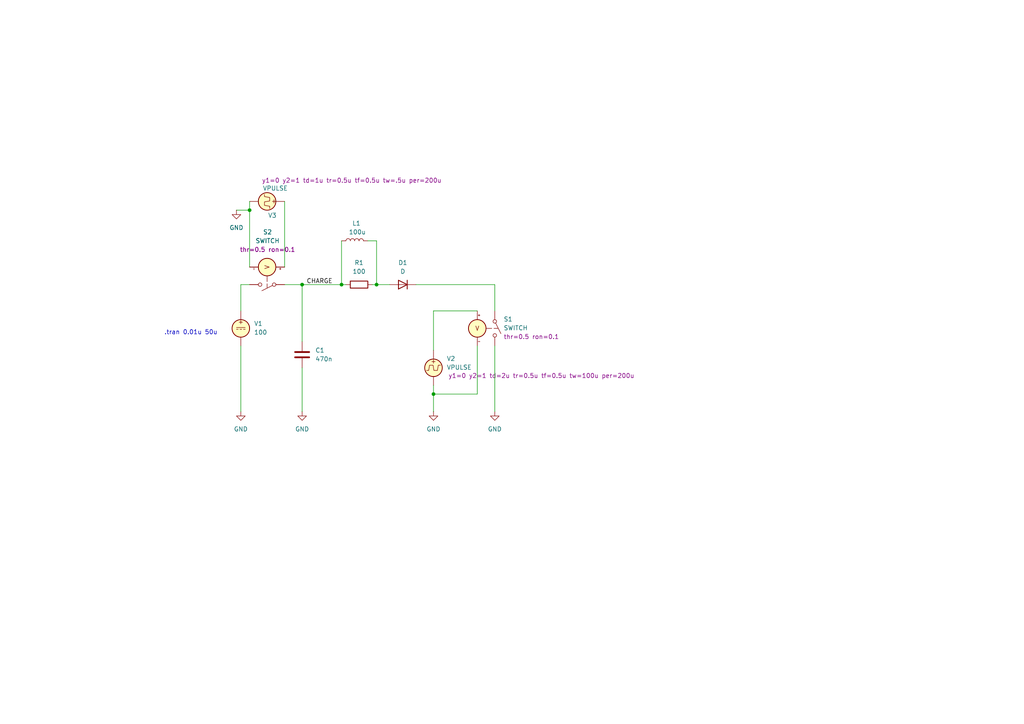
<source format=kicad_sch>
(kicad_sch (version 20250114) (generator "eeschema") (generator_version "9.0")
  (paper "A4")
  (lib_symbols
    (symbol "Device:C" (pin_numbers (hide yes)) (pin_names (offset 0.254))
      (property "Reference" "C" (at 0.635 2.54 0))
      (property "Value" "C" (at 0.635 -2.54 0))
      (symbol "C_0_1"
        (polyline (pts (xy -2.032 0.762) (xy 2.032 0.762)) (stroke (width 0.508)))
        (polyline (pts (xy -2.032 -0.762) (xy 2.032 -0.762)) (stroke (width 0.508)))
      )
      (symbol "C_1_1"
        (pin passive line (at 0 3.81 270) (length 2.794) (name "~") (number "1"))
        (pin passive line (at 0 -3.81 90) (length 2.794) (name "~") (number "2"))
      )
    )
    (symbol "Device:D" (pin_numbers (hide yes)) (pin_names (offset 1.016) (hide yes))
      (property "Reference" "D" (at 0 2.54 0))
      (property "Value" "D" (at 0 -2.54 0))
      (symbol "D_0_1"
        (polyline (pts (xy -1.27 1.27) (xy -1.27 -1.27)) (stroke (width 0.254)))
        (polyline (pts (xy 1.27 1.27) (xy 1.27 -1.27) (xy -1.27 0) (xy 1.27 1.27)) (stroke (width 0.254)))
        (polyline (pts (xy 1.27 0) (xy -1.27 0)))
      )
      (symbol "D_1_1"
        (pin passive line (at -3.81 0 0) (length 2.54) (name "K") (number "1"))
        (pin passive line (at 3.81 0 180) (length 2.54) (name "A") (number "2"))
      )
    )
    (symbol "Device:L" (pin_numbers (hide yes)) (pin_names (offset 1.016) (hide yes))
      (property "Reference" "L" (at -1.27 0 90))
      (property "Value" "L" (at 1.905 0 90))
      (symbol "L_0_1"
        (arc (start 0 2.54) (mid 0.6323 1.905) (end 0 1.27))
        (arc (start 0 1.27) (mid 0.6323 0.635) (end 0 0))
        (arc (start 0 0) (mid 0.6323 -0.635) (end 0 -1.27))
        (arc (start 0 -1.27) (mid 0.6323 -1.905) (end 0 -2.54))
      )
      (symbol "L_1_1"
        (pin passive line (at 0 3.81 270) (length 1.27) (name "1") (number "1"))
        (pin passive line (at 0 -3.81 90) (length 1.27) (name "2") (number "2"))
      )
    )
    (symbol "Device:R" (pin_numbers (hide yes)) (pin_names (offset 0))
      (property "Reference" "R" (at 2.032 0 90))
      (property "Value" "R" (at 0 0 90))
      (symbol "R_0_1"
        (rectangle (start -1.016 -2.54) (end 1.016 2.54) (stroke (width 0.254)))
      )
      (symbol "R_1_1"
        (pin passive line (at 0 3.81 270) (length 1.27) (name "~") (number "1"))
        (pin passive line (at 0 -3.81 90) (length 1.27) (name "~") (number "2"))
      )
    )
    (symbol "Simulation_SPICE:SWITCH" (pin_numbers (hide yes)) (pin_names (offset 1.016) (hide yes))
      (property "Reference" "S" (at 2.54 2.54 0))
      (property "Value" "SWITCH" (at 2.54 0 0))
      (property "Sim.Params" "thr=0 ron=1" (at 2.54 -2.54 0))
      (symbol "SWITCH_0_1"
        (circle (center 0 2.032) (radius 0.508))
        (circle (center 0 -2.032) (radius 0.508))
        (polyline (pts (xy 0.254 1.524) (xy 1.778 -1.524)))
      )
      (symbol "SWITCH_1_1"
        (circle (center -5.08 0) (radius 2.54) (stroke (width 0.254)) (fill (type background)))
        (polyline (pts (xy -4.826 3.81) (xy -4.318 3.81)))
        (polyline (pts (xy -4.826 -3.81) (xy -4.318 -3.81)))
        (polyline (pts (xy -4.572 4.064) (xy -4.572 3.556)))
        (polyline (pts (xy -2.54 0) (xy 0.889 0)) (stroke (width 0) (type dash)))
        (text "V" (at -5.08 0 0) (effects (font (size 1.27 1.27))))
        (pin input line (at -5.08 5.08 270) (length 2.54) (name "C+") (number "3"))
        (pin input line (at -5.08 -5.08 90) (length 2.54) (name "C-") (number "4"))
        (pin passive line (at 0 5.08 270) (length 2.54) (name "N+") (number "1"))
        (pin passive line (at 0 -5.08 90) (length 2.54) (name "N-") (number "2"))
      )
    )
    (symbol "Simulation_SPICE:VDC" (pin_numbers (hide yes)) (pin_names (offset 0.0254))
      (property "Reference" "V" (at 2.54 2.54 0))
      (property "Value" "1" (at 2.54 0 0))
      (symbol "VDC_0_0"
        (polyline (pts (xy -1.27 0.254) (xy 1.27 0.254)))
        (polyline (pts (xy -0.762 -0.254) (xy -1.27 -0.254)))
        (polyline (pts (xy 0.254 -0.254) (xy -0.254 -0.254)))
        (polyline (pts (xy 1.27 -0.254) (xy 0.762 -0.254)))
        (text "+" (at 0 1.905 0) (effects (font (size 1.27 1.27))))
      )
      (symbol "VDC_0_1"
        (circle (center 0 0) (radius 2.54) (stroke (width 0.254)) (fill (type background)))
      )
      (symbol "VDC_1_1"
        (pin passive line (at 0 5.08 270) (length 2.54) (name "~") (number "1"))
        (pin passive line (at 0 -5.08 90) (length 2.54) (name "~") (number "2"))
      )
    )
    (symbol "Simulation_SPICE:VPULSE" (pin_numbers (hide yes)) (pin_names (offset 0.0254))
      (property "Reference" "V" (at 2.54 2.54 0))
      (property "Value" "VPULSE" (at 2.54 0 0))
      (property "Sim.Params" "y1=0 y2=1 td=2n tr=2n tf=2n tw=50n per=100n" (at 2.54 -2.54 0))
      (symbol "VPULSE_0_0"
        (polyline (pts (xy -2.032 -0.762) (xy -1.397 -0.762) (xy -1.143 0.762) (xy -0.127 0.762) (xy 0.127 -0.762) (xy 1.143 -0.762) (xy 1.397 0.762) (xy 2.032 0.762)))
        (text "+" (at 0 1.905 0) (effects (font (size 1.27 1.27))))
      )
      (symbol "VPULSE_0_1"
        (circle (center 0 0) (radius 2.54) (stroke (width 0.254)) (fill (type background)))
      )
      (symbol "VPULSE_1_1"
        (pin passive line (at 0 5.08 270) (length 2.54) (name "~") (number "1"))
        (pin passive line (at 0 -5.08 90) (length 2.54) (name "~") (number "2"))
      )
    )
    (symbol "power:GND" (power) (pin_numbers (hide yes)) (pin_names (offset 0) (hide yes))
      (property "Value" "GND" (at 0 -3.81 0))
      (symbol "GND_0_1"
        (polyline (pts (xy 0 0) (xy 0 -1.27) (xy 1.27 -1.27) (xy 0 -2.54) (xy -1.27 -1.27) (xy 0 -1.27)))
      )
      (symbol "GND_1_1"
        (pin power_in line (at 0 0 270) (length 0) (name "~") (number "1"))
      )
    )
  )
  (text " " (at 41.656 105.156 0) (effects (font (size 1.27 1.27)) (justify left top)))
  (text ".tran 0.01u 50u\n" (at 55.372 96.52 0) (effects (font (size 1.27 1.27))))
  (junction (at 99.06 82.55))
  (junction (at 72.39 60.96))
  (junction (at 109.22 82.55))
  (junction (at 125.73 114.3))
  (junction (at 87.63 82.55))
  (wire (pts (xy 109.22 82.55) (xy 113.03 82.55)))
  (wire (pts (xy 125.73 111.76) (xy 125.73 114.3)))
  (wire (pts (xy 125.73 101.6) (xy 125.73 90.17)))
  (wire (pts (xy 125.73 114.3) (xy 125.73 119.38)))
  (wire (pts (xy 109.22 69.85) (xy 109.22 82.55)))
  (wire (pts (xy 107.95 82.55) (xy 109.22 82.55)))
  (wire (pts (xy 143.51 82.55) (xy 143.51 90.17)))
  (wire (pts (xy 69.85 90.17) (xy 69.85 82.55)))
  (wire (pts (xy 82.55 82.55) (xy 87.63 82.55)))
  (wire (pts (xy 72.39 58.42) (xy 72.39 60.96)))
  (wire (pts (xy 143.51 100.33) (xy 143.51 119.38)))
  (wire (pts (xy 69.85 82.55) (xy 72.39 82.55)))
  (wire (pts (xy 99.06 69.85) (xy 99.06 82.55)))
  (wire (pts (xy 68.58 60.96) (xy 72.39 60.96)))
  (wire (pts (xy 125.73 90.17) (xy 138.43 90.17)))
  (wire (pts (xy 87.63 82.55) (xy 87.63 99.06)))
  (wire (pts (xy 138.43 114.3) (xy 125.73 114.3)))
  (wire (pts (xy 87.63 82.55) (xy 99.06 82.55)))
  (wire (pts (xy 87.63 106.68) (xy 87.63 119.38)))
  (wire (pts (xy 106.68 69.85) (xy 109.22 69.85)))
  (wire (pts (xy 69.85 100.33) (xy 69.85 119.38)))
  (wire (pts (xy 72.39 60.96) (xy 72.39 77.47)))
  (wire (pts (xy 82.55 58.42) (xy 82.55 77.47)))
  (wire (pts (xy 100.33 82.55) (xy 99.06 82.55)))
  (wire (pts (xy 120.65 82.55) (xy 143.51 82.55)))
  (wire (pts (xy 138.43 100.33) (xy 138.43 114.3)))
  (label "CHARGE" (at 88.9 82.55 0))
  (symbol (lib_id "Device:R") (at 104.14 82.55 90) (unit 1)
    (property "Reference" "R1" (at 104.14 76.2 90))
    (property "Value" "100" (at 104.14 78.74 90))
    (property "Description" "Resistor" (effects (hide yes)))
  )
  (symbol (lib_id "power:GND") (at 87.63 119.38 0) (unit 1)
    (property "Reference" "#PWR04" (effects (hide yes)))
    (property "Value" "GND" (at 87.63 124.46 0))
    (property "Description" "Power symbol creates a global label with name \"GND\" , ground" (effects (hide yes)))
  )
  (symbol (lib_id "power:GND") (at 125.73 119.38 0) (unit 1)
    (property "Reference" "#PWR02" (effects (hide yes)))
    (property "Value" "GND" (at 125.73 124.46 0))
    (property "Description" "Power symbol creates a global label with name \"GND\" , ground" (effects (hide yes)))
  )
  (symbol (lib_id "Simulation_SPICE:VPULSE") (at 125.73 106.68 0) (unit 1)
    (property "Reference" "V2" (at 129.54 104.0101 0) (effects (justify left)))
    (property "Value" "VPULSE" (at 129.54 106.5501 0) (effects (justify left)))
    (property "Datasheet" "https://ngspice.sourceforge.io/docs/ngspice-html-manual/manual.xhtml#sec_Independent_Sources_for" (effects (hide yes)))
    (property "Description" "Voltage source, pulse" (effects (hide yes)))
    (property "Sim.Pins" "1=+ 2=-" (effects (hide yes)))
    (property "Sim.Type" "PULSE" (effects (hide yes)))
    (property "Sim.Device" "V" (effects (hide yes)))
    (property "Sim.Params" "y1=0 y2=1 td=2u tr=0.5u tf=0.5u tw=100u per=200u" (at 130.048 108.966 0) (effects (justify left)))
  )
  (symbol (lib_id "Simulation_SPICE:SWITCH") (at 77.47 82.55 270) (unit 1)
    (property "Reference" "S2" (at 77.597 67.31 90))
    (property "Value" "SWITCH" (at 77.597 69.85 90))
    (property "Datasheet" "https://ngspice.sourceforge.io/docs/ngspice-html-manual/manual.xhtml#subsec_Switches" (effects (hide yes)))
    (property "Description" "Voltage controlled switch symbol for simulation only" (effects (hide yes)))
    (property "Sim.Device" "SW" (effects (hide yes)))
    (property "Sim.Type" "V" (effects (hide yes)))
    (property "Sim.Params" "thr=0.5 ron=0.1" (at 77.597 72.39 90))
    (property "Sim.Pins" "1=no+ 2=no- 3=ctrl+ 4=ctrl-" (effects (hide yes)))
  )
  (symbol (lib_id "Simulation_SPICE:VDC") (at 69.85 95.25 0) (unit 1)
    (property "Reference" "V1" (at 73.66 93.8501 0) (effects (justify left)))
    (property "Value" "100" (at 73.66 96.3901 0) (effects (justify left)))
    (property "Datasheet" "https://ngspice.sourceforge.io/docs/ngspice-html-manual/manual.xhtml#sec_Independent_Sources_for" (effects (hide yes)))
    (property "Description" "Voltage source, DC" (effects (hide yes)))
    (property "Sim.Pins" "1=+ 2=-" (effects (hide yes)))
    (property "Sim.Type" "DC" (effects (hide yes)))
    (property "Sim.Device" "V" (effects (hide yes)))
  )
  (symbol (lib_id "Simulation_SPICE:VPULSE") (at 77.47 58.42 270) (unit 1)
    (property "Reference" "V3" (at 77.724 62.484 90) (effects (justify left)))
    (property "Value" "VPULSE" (at 76.2 54.61 90) (effects (justify left)))
    (property "Datasheet" "https://ngspice.sourceforge.io/docs/ngspice-html-manual/manual.xhtml#sec_Independent_Sources_for" (effects (hide yes)))
    (property "Description" "Voltage source, pulse" (effects (hide yes)))
    (property "Sim.Pins" "1=+ 2=-" (effects (hide yes)))
    (property "Sim.Type" "PULSE" (effects (hide yes)))
    (property "Sim.Device" "V" (effects (hide yes)))
    (property "Sim.Params" "y1=0 y2=1 td=1u tr=0.5u tf=0.5u tw=.5u per=200u" (at 75.946 52.324 90) (effects (justify left)))
  )
  (symbol (lib_id "power:GND") (at 68.58 60.96 0) (unit 1)
    (property "Reference" "#PWR05" (effects (hide yes)))
    (property "Value" "GND" (at 68.58 66.04 0))
    (property "Description" "Power symbol creates a global label with name \"GND\" , ground" (effects (hide yes)))
  )
  (symbol (lib_id "Simulation_SPICE:SWITCH") (at 143.51 95.25 0) (unit 1)
    (property "Reference" "S1" (at 146.05 92.5829 0) (effects (justify left)))
    (property "Value" "SWITCH" (at 146.05 95.1229 0) (effects (justify left)))
    (property "Datasheet" "https://ngspice.sourceforge.io/docs/ngspice-html-manual/manual.xhtml#subsec_Switches" (effects (hide yes)))
    (property "Description" "Voltage controlled switch symbol for simulation only" (effects (hide yes)))
    (property "Sim.Device" "SW" (effects (hide yes)))
    (property "Sim.Type" "V" (effects (hide yes)))
    (property "Sim.Params" "thr=0.5 ron=0.1" (at 146.05 97.6629 0) (effects (justify left)))
    (property "Sim.Pins" "1=no+ 2=no- 3=ctrl+ 4=ctrl-" (effects (hide yes)))
  )
  (symbol (lib_id "power:GND") (at 69.85 119.38 0) (unit 1)
    (property "Reference" "#PWR01" (effects (hide yes)))
    (property "Value" "GND" (at 69.85 124.46 0))
    (property "Description" "Power symbol creates a global label with name \"GND\" , ground" (effects (hide yes)))
  )
  (symbol (lib_id "power:GND") (at 143.51 119.38 0) (unit 1)
    (property "Reference" "#PWR03" (effects (hide yes)))
    (property "Value" "GND" (at 143.51 124.46 0))
    (property "Description" "Power symbol creates a global label with name \"GND\" , ground" (effects (hide yes)))
  )
  (symbol (lib_id "Device:D") (at 116.84 82.55 180) (unit 1)
    (property "Reference" "D1" (at 116.84 76.2 0))
    (property "Value" "D" (at 116.84 78.74 0))
    (property "Description" "Diode" (effects (hide yes)))
    (property "Sim.Device" "D" (effects (hide yes)))
    (property "Sim.Pins" "1=K 2=A" (effects (hide yes)))
  )
  (symbol (lib_id "Device:C") (at 87.63 102.87 0) (unit 1)
    (property "Reference" "C1" (at 91.44 101.5999 0) (effects (justify left)))
    (property "Value" "470n" (at 91.44 104.1399 0) (effects (justify left)))
    (property "Description" "Unpolarized capacitor" (effects (hide yes)))
  )
  (symbol (lib_id "Device:L") (at 102.87 69.85 90) (unit 1)
    (property "Reference" "L1" (at 103.378 64.77 90))
    (property "Value" "100u" (at 103.632 67.31 90))
    (property "Description" "Inductor" (effects (hide yes)))
  )
)
</source>
